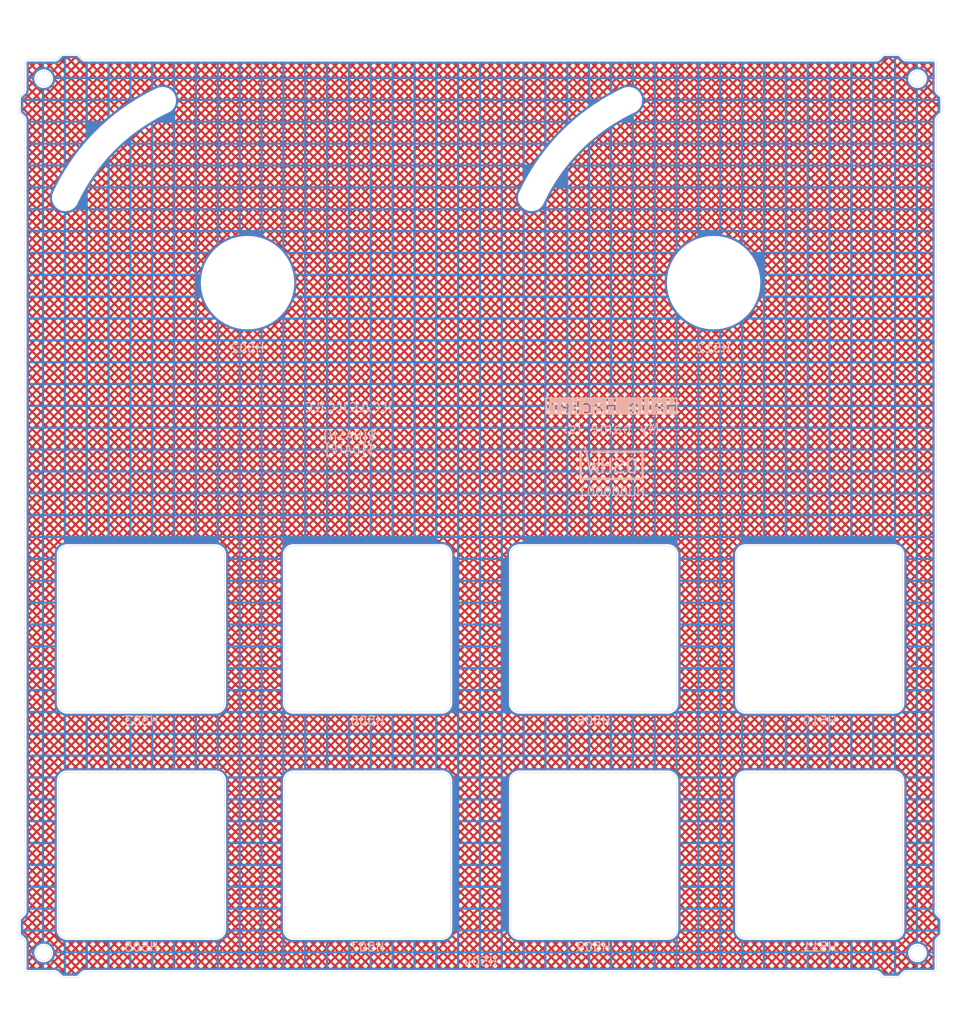
<source format=kicad_pcb>
(kicad_pcb (version 20241229) (generator "pcbnew") (generator_version "9.0")
  (layers (0 "F.Cu" signal) (2 "B.Cu" signal) (13 "F.Paste" user) (15 "B.Paste" user) (5 "F.SilkS" user "F.Silkscreen") (7 "B.SilkS" user "B.Silkscreen") (1 "F.Mask" user) (3 "B.Mask" user) (25 "Edge.Cuts" user))
  (net 0 "")
  (net 1 "GND")
  (footprint "suku_basics:FP_ENDLESS" (layer "F.Cu") (at 126.67 73.33)
    (property "Reference" "H512" (at 0 7.5 0) (layer "B.SilkS") (effects (justify mirror)))
    (property "Value" "Endless")
    (pad "" np_thru_hole circle (at 0 0 90) (size 1.5 1.5) (drill 10.5) (layers "*.Cu" "*.Mask"))
  )
  (footprint "suku_basics:FP_BUTTON" (layer "F.Cu") (at 87.061875 138.814375)
    (property "Reference" "H507" (at 0 10.5 0) (layer "B.SilkS") (effects (justify mirror)))
    (property "Value" "Button")
    (fp_line (start -9.5 8.5) (end -9.5 -8.5) (stroke (width 0.05)) (layer "Edge.Cuts"))
    (fp_line (start -8.5 -9.5) (end 8.5 -9.5) (stroke (width 0.05)) (layer "Edge.Cuts"))
    (fp_line (start 8.5 9.5) (end -8.5 9.5) (stroke (width 0.05)) (layer "Edge.Cuts"))
    (fp_line (start 9.5 -8.5) (end 9.5 8.5) (stroke (width 0.05)) (layer "Edge.Cuts"))
    (fp_arc (start -9.5 -8.5) (mid -9.207096 -9.207082) (end -8.5 -9.5) (stroke (width 0.05)) (layer "Edge.Cuts"))
    (fp_arc (start -8.5 9.5) (mid -9.207114 9.207114) (end -9.5 8.5) (stroke (width 0.05)) (layer "Edge.Cuts"))
    (fp_arc (start 8.5 -9.5) (mid 9.207099 -9.207099) (end 9.5 -8.5) (stroke (width 0.05)) (layer "Edge.Cuts"))
    (fp_arc (start 9.5 8.5) (mid 9.207117 9.207132) (end 8.5 9.5) (stroke (width 0.05)) (layer "Edge.Cuts"))
  )
  (footprint "suku_basics:FP_BUTTON" (layer "F.Cu") (at 112.938125 112.938125)
    (property "Reference" "H508" (at 0 10.5 0) (layer "B.SilkS") (effects (justify mirror)))
    (property "Value" "Button")
    (fp_line (start -9.5 8.5) (end -9.5 -8.5) (stroke (width 0.05)) (layer "Edge.Cuts"))
    (fp_line (start -8.5 -9.5) (end 8.5 -9.5) (stroke (width 0.05)) (layer "Edge.Cuts"))
    (fp_line (start 8.5 9.5) (end -8.5 9.5) (stroke (width 0.05)) (layer "Edge.Cuts"))
    (fp_line (start 9.5 -8.5) (end 9.5 8.5) (stroke (width 0.05)) (layer "Edge.Cuts"))
    (fp_arc (start -9.5 -8.5) (mid -9.207096 -9.207082) (end -8.5 -9.5) (stroke (width 0.05)) (layer "Edge.Cuts"))
    (fp_arc (start -8.5 9.5) (mid -9.207114 9.207114) (end -9.5 8.5) (stroke (width 0.05)) (layer "Edge.Cuts"))
    (fp_arc (start 8.5 -9.5) (mid 9.207099 -9.207099) (end 9.5 -8.5) (stroke (width 0.05)) (layer "Edge.Cuts"))
    (fp_arc (start 9.5 8.5) (mid 9.207117 9.207132) (end 8.5 9.5) (stroke (width 0.05)) (layer "Edge.Cuts"))
  )
  (footprint "suku_basics:FP_BUTTON" (layer "F.Cu") (at 61.185625 138.814375)
    (property "Reference" "H505" (at 0 10.5 0) (layer "B.SilkS") (effects (justify mirror)))
    (property "Value" "Button")
    (fp_line (start -9.5 8.5) (end -9.5 -8.5) (stroke (width 0.05)) (layer "Edge.Cuts"))
    (fp_line (start -8.5 -9.5) (end 8.5 -9.5) (stroke (width 0.05)) (layer "Edge.Cuts"))
    (fp_line (start 8.5 9.5) (end -8.5 9.5) (stroke (width 0.05)) (layer "Edge.Cuts"))
    (fp_line (start 9.5 -8.5) (end 9.5 8.5) (stroke (width 0.05)) (layer "Edge.Cuts"))
    (fp_arc (start -9.5 -8.5) (mid -9.207096 -9.207082) (end -8.5 -9.5) (stroke (width 0.05)) (layer "Edge.Cuts"))
    (fp_arc (start -8.5 9.5) (mid -9.207114 9.207114) (end -9.5 8.5) (stroke (width 0.05)) (layer "Edge.Cuts"))
    (fp_arc (start 8.5 -9.5) (mid 9.207099 -9.207099) (end 9.5 -8.5) (stroke (width 0.05)) (layer "Edge.Cuts"))
    (fp_arc (start 9.5 8.5) (mid 9.207117 9.207132) (end 8.5 9.5) (stroke (width 0.05)) (layer "Edge.Cuts"))
  )
  (footprint "suku_basics:FP_BUTTON" (layer "F.Cu") (at 61.185625 112.938125)
    (property "Reference" "H503" (at 0 10.5 0) (layer "B.SilkS") (effects (justify mirror)))
    (property "Value" "Button")
    (fp_line (start -9.5 8.5) (end -9.5 -8.5) (stroke (width 0.05)) (layer "Edge.Cuts"))
    (fp_line (start -8.5 -9.5) (end 8.5 -9.5) (stroke (width 0.05)) (layer "Edge.Cuts"))
    (fp_line (start 8.5 9.5) (end -8.5 9.5) (stroke (width 0.05)) (layer "Edge.Cuts"))
    (fp_line (start 9.5 -8.5) (end 9.5 8.5) (stroke (width 0.05)) (layer "Edge.Cuts"))
    (fp_arc (start -9.5 -8.5) (mid -9.207096 -9.207082) (end -8.5 -9.5) (stroke (width 0.05)) (layer "Edge.Cuts"))
    (fp_arc (start -8.5 9.5) (mid -9.207114 9.207114) (end -9.5 8.5) (stroke (width 0.05)) (layer "Edge.Cuts"))
    (fp_arc (start 8.5 -9.5) (mid 9.207099 -9.207099) (end 9.5 -8.5) (stroke (width 0.05)) (layer "Edge.Cuts"))
    (fp_arc (start 9.5 8.5) (mid 9.207117 9.207132) (end 8.5 9.5) (stroke (width 0.05)) (layer "Edge.Cuts"))
  )
  (footprint "suku_basics:FP_BUTTON" (layer "F.Cu") (at 112.938125 138.814375)
    (property "Reference" "H509" (at 0 10.5 0) (layer "B.SilkS") (effects (justify mirror)))
    (property "Value" "Button")
    (fp_line (start -9.5 8.5) (end -9.5 -8.5) (stroke (width 0.05)) (layer "Edge.Cuts"))
    (fp_line (start -8.5 -9.5) (end 8.5 -9.5) (stroke (width 0.05)) (layer "Edge.Cuts"))
    (fp_line (start 8.5 9.5) (end -8.5 9.5) (stroke (width 0.05)) (layer "Edge.Cuts"))
    (fp_line (start 9.5 -8.5) (end 9.5 8.5) (stroke (width 0.05)) (layer "Edge.Cuts"))
    (fp_arc (start -9.5 -8.5) (mid -9.207096 -9.207082) (end -8.5 -9.5) (stroke (width 0.05)) (layer "Edge.Cuts"))
    (fp_arc (start -8.5 9.5) (mid -9.207114 9.207114) (end -9.5 8.5) (stroke (width 0.05)) (layer "Edge.Cuts"))
    (fp_arc (start 8.5 -9.5) (mid 9.207099 -9.207099) (end 9.5 -8.5) (stroke (width 0.05)) (layer "Edge.Cuts"))
    (fp_arc (start 9.5 8.5) (mid 9.207117 9.207132) (end 8.5 9.5) (stroke (width 0.05)) (layer "Edge.Cuts"))
  )
  (footprint "suku_basics:FP_BUTTON" (layer "F.Cu") (at 87.061875 112.938125)
    (property "Reference" "H506" (at 0 10.5 0) (layer "B.SilkS") (effects (justify mirror)))
    (property "Value" "Button")
    (fp_line (start -9.5 8.5) (end -9.5 -8.5) (stroke (width 0.05)) (layer "Edge.Cuts"))
    (fp_line (start -8.5 -9.5) (end 8.5 -9.5) (stroke (width 0.05)) (layer "Edge.Cuts"))
    (fp_line (start 8.5 9.5) (end -8.5 9.5) (stroke (width 0.05)) (layer "Edge.Cuts"))
    (fp_line (start 9.5 -8.5) (end 9.5 8.5) (stroke (width 0.05)) (layer "Edge.Cuts"))
    (fp_arc (start -9.5 -8.5) (mid -9.207096 -9.207082) (end -8.5 -9.5) (stroke (width 0.05)) (layer "Edge.Cuts"))
    (fp_arc (start -8.5 9.5) (mid -9.207114 9.207114) (end -9.5 8.5) (stroke (width 0.05)) (layer "Edge.Cuts"))
    (fp_arc (start 8.5 -9.5) (mid 9.207099 -9.207099) (end 9.5 -8.5) (stroke (width 0.05)) (layer "Edge.Cuts"))
    (fp_arc (start 9.5 8.5) (mid 9.207117 9.207132) (end 8.5 9.5) (stroke (width 0.05)) (layer "Edge.Cuts"))
  )
  (footprint "suku_basics:FP_BUTTON" (layer "F.Cu") (at 138.814375 112.938125)
    (property "Reference" "H510" (at 0 10.5 0) (layer "B.SilkS") (effects (justify mirror)))
    (property "Value" "Button")
    (fp_line (start -9.5 8.5) (end -9.5 -8.5) (stroke (width 0.05)) (layer "Edge.Cuts"))
    (fp_line (start -8.5 -9.5) (end 8.5 -9.5) (stroke (width 0.05)) (layer "Edge.Cuts"))
    (fp_line (start 8.5 9.5) (end -8.5 9.5) (stroke (width 0.05)) (layer "Edge.Cuts"))
    (fp_line (start 9.5 -8.5) (end 9.5 8.5) (stroke (width 0.05)) (layer "Edge.Cuts"))
    (fp_arc (start -9.5 -8.5) (mid -9.207096 -9.207082) (end -8.5 -9.5) (stroke (width 0.05)) (layer "Edge.Cuts"))
    (fp_arc (start -8.5 9.5) (mid -9.207114 9.207114) (end -9.5 8.5) (stroke (width 0.05)) (layer "Edge.Cuts"))
    (fp_arc (start 8.5 -9.5) (mid 9.207099 -9.207099) (end 9.5 -8.5) (stroke (width 0.05)) (layer "Edge.Cuts"))
    (fp_arc (start 9.5 8.5) (mid 9.207117 9.207132) (end 8.5 9.5) (stroke (width 0.05)) (layer "Edge.Cuts"))
  )
  (footprint "suku_basics:FP_OUTLINE_2" (layer "F.Cu") (at 100 100)
    (property "Reference" "H504" (at 0 51 0) (layer "B.SilkS") (effects (justify mirror)))
    (property "Value" "Outline")
    (fp_line (start -52.799999 -46.100001) (end -52.799999 -47.899999) (stroke (width 0.05)) (layer "Edge.Cuts"))
    (fp_line (start -52.799999 46.100001) (end -52.799999 47.899999) (stroke (width 0.05)) (layer "Edge.Cuts"))
    (fp_line (start -52.626954 -48.077382) (end -52.265506 -48.421458) (stroke (width 0.05)) (layer "Edge.Cuts"))
    (fp_line (start -52.626954 -45.922618) (end -52.265506 -45.578542) (stroke (width 0.05)) (layer "Edge.Cuts"))
    (fp_line (start -52.626954 45.922618) (end -52.265506 45.578542) (stroke (width 0.05)) (layer "Edge.Cuts"))
    (fp_line (start -52.626954 48.077382) (end -52.265506 48.421458) (stroke (width 0.05)) (layer "Edge.Cuts"))
    (fp_line (start -52.15 -48.75) (end -52.15 -51.8) (stroke (width 0.05)) (layer "Edge.Cuts"))
    (fp_line (start -52.15 45.25) (end -52.15 -45.25) (stroke (width 0.05)) (layer "Edge.Cuts"))
    (fp_line (start -52.15 48.75) (end -52.15 51.8) (stroke (width 0.05)) (layer "Edge.Cuts"))
    (fp_line (start -48.75 -52.15) (end -51.8 -52.15) (stroke (width 0.05)) (layer "Edge.Cuts"))
    (fp_line (start -48.75 52.15) (end -51.8 52.15) (stroke (width 0.05)) (layer "Edge.Cuts"))
    (fp_line (start -48.077382 -52.626954) (end -48.421458 -52.265506) (stroke (width 0.05)) (layer "Edge.Cuts"))
    (fp_line (start -48.077382 52.626954) (end -48.421458 52.265506) (stroke (width 0.05)) (layer "Edge.Cuts"))
    (fp_line (start -46.100001 -52.799999) (end -47.899999 -52.799999) (stroke (width 0.05)) (layer "Edge.Cuts"))
    (fp_line (start -46.100001 52.799999) (end -47.899999 52.799999) (stroke (width 0.05)) (layer "Edge.Cuts"))
    (fp_line (start -45.922618 -52.626954) (end -45.578542 -52.265506) (stroke (width 0.05)) (layer "Edge.Cuts"))
    (fp_line (start -45.922618 52.626954) (end -45.578542 52.265506) (stroke (width 0.05)) (layer "Edge.Cuts"))
    (fp_line (start -45.25 -52.15) (end 45.25 -52.15) (stroke (width 0.05)) (layer "Edge.Cuts"))
    (fp_line (start 45.25 52.15) (end -45.25 52.15) (stroke (width 0.05)) (layer "Edge.Cuts"))
    (fp_line (start 45.922618 -52.626954) (end 45.578542 -52.265506) (stroke (width 0.05)) (layer "Edge.Cuts"))
    (fp_line (start 45.922618 52.626955) (end 45.578542 52.265507) (stroke (width 0.05)) (layer "Edge.Cuts"))
    (fp_line (start 46.100001 -52.799999) (end 47.899999 -52.799999) (stroke (width 0.05)) (layer "Edge.Cuts"))
    (fp_line (start 46.100001 52.799999) (end 47.899999 52.799999) (stroke (width 0.05)) (layer "Edge.Cuts"))
    (fp_line (start 48.077377 52.626959) (end 48.421453 52.265511) (stroke (width 0.05)) (layer "Edge.Cuts"))
    (fp_line (start 48.077384 -52.626954) (end 48.42146 -52.265506) (stroke (width 0.05)) (layer "Edge.Cuts"))
    (fp_line (start 48.75 -52.15) (end 51.8 -52.15) (stroke (width 0.05)) (layer "Edge.Cuts"))
    (fp_line (start 48.75 52.15) (end 51.8 52.15) (stroke (width 0.05)) (layer "Edge.Cuts"))
    (fp_line (start 52.15 -48.75) (end 52.15 -51.8) (stroke (width 0.05)) (layer "Edge.Cuts"))
    (fp_line (start 52.15 -45.25) (end 52.15 45.25) (stroke (width 0.05)) (layer "Edge.Cuts"))
    (fp_line (start 52.15 48.75) (end 52.15 51.8) (stroke (width 0.05)) (layer "Edge.Cuts"))
    (fp_line (start 52.626954 -48.077385) (end 52.265506 -48.421461) (stroke (width 0.05)) (layer "Edge.Cuts"))
    (fp_line (start 52.626954 -45.922618) (end 52.265506 -45.578542) (stroke (width 0.05)) (layer "Edge.Cuts"))
    (fp_line (start 52.626954 45.922618) (end 52.265506 45.578542) (stroke (width 0.05)) (layer "Edge.Cuts"))
    (fp_line (start 52.626954 48.077383) (end 52.265506 48.421459) (stroke (width 0.05)) (layer "Edge.Cuts"))
    (fp_line (start 52.799999 -46.100001) (end 52.799999 -47.899999) (stroke (width 0.05)) (layer "Edge.Cuts"))
    (fp_line (start 52.799999 46.100001) (end 52.799999 47.899999) (stroke (width 0.05)) (layer "Edge.Cuts"))
    (fp_line (start 52.799999 47.899999) (end 52.626954 48.077383) (stroke (width 0.05)) (layer "Edge.Cuts"))
    (fp_arc (start -52.799999 -47.899999) (mid -52.717353 -47.992466) (end -52.62696 -48.077377) (stroke (width 0.05)) (layer "Edge.Cuts"))
    (fp_arc (start -52.799999 46.100001) (mid -52.717353 46.007534) (end -52.62696 45.922623) (stroke (width 0.05)) (layer "Edge.Cuts"))
    (fp_arc (start -52.62696 -45.922623) (mid -52.717353 -46.007534) (end -52.799999 -46.100001) (stroke (width 0.05)) (layer "Edge.Cuts"))
    (fp_arc (start -52.62696 48.077377) (mid -52.717353 47.992466) (end -52.799999 47.899999) (stroke (width 0.05)) (layer "Edge.Cuts"))
    (fp_arc (start -52.265506 -45.578542) (mid -52.179718 -45.424127) (end -52.15 -45.25) (stroke (width 0.05)) (layer "Edge.Cuts"))
    (fp_arc (start -52.265506 48.421458) (mid -52.179718 48.575873) (end -52.15 48.75) (stroke (width 0.05)) (layer "Edge.Cuts"))
    (fp_arc (start -52.15 -51.8) (mid -52.047488 -52.047488) (end -51.8 -52.15) (stroke (width 0.05)) (layer "Edge.Cuts"))
    (fp_arc (start -52.15 -48.75) (mid -52.179717 -48.575872) (end -52.265506 -48.421458) (stroke (width 0.05)) (layer "Edge.Cuts"))
    (fp_arc (start -52.15 45.25) (mid -52.179717 45.424128) (end -52.265506 45.578542) (stroke (width 0.05)) (layer "Edge.Cuts"))
    (fp_arc (start -51.8 52.15) (mid -52.047488 52.047488) (end -52.15 51.8) (stroke (width 0.05)) (layer "Edge.Cuts"))
    (fp_arc (start -48.75 52.15) (mid -48.575872 52.179717) (end -48.421458 52.265506) (stroke (width 0.05)) (layer "Edge.Cuts"))
    (fp_arc (start -48.421458 -52.265506) (mid -48.575873 -52.179718) (end -48.75 -52.15) (stroke (width 0.05)) (layer "Edge.Cuts"))
    (fp_arc (start -48.077377 -52.62696) (mid -47.992466 -52.717353) (end -47.899999 -52.799999) (stroke (width 0.05)) (layer "Edge.Cuts"))
    (fp_arc (start -47.899999 52.799999) (mid -47.992466 52.717353) (end -48.077377 52.62696) (stroke (width 0.05)) (layer "Edge.Cuts"))
    (fp_arc (start -46.100001 -52.799999) (mid -46.007534 -52.717353) (end -45.922623 -52.62696) (stroke (width 0.05)) (layer "Edge.Cuts"))
    (fp_arc (start -45.922623 52.62696) (mid -46.007534 52.717353) (end -46.100001 52.799999) (stroke (width 0.05)) (layer "Edge.Cuts"))
    (fp_arc (start -45.578542 52.265506) (mid -45.424127 52.179718) (end -45.25 52.15) (stroke (width 0.05)) (layer "Edge.Cuts"))
    (fp_arc (start -45.25 -52.15) (mid -45.424128 -52.179717) (end -45.578542 -52.265506) (stroke (width 0.05)) (layer "Edge.Cuts"))
    (fp_arc (start 45.25 52.15) (mid 45.424127 52.179718) (end 45.578542 52.265506) (stroke (width 0.05)) (layer "Edge.Cuts"))
    (fp_arc (start 45.578542 -52.265506) (mid 45.424128 -52.179717) (end 45.25 -52.15) (stroke (width 0.05)) (layer "Edge.Cuts"))
    (fp_arc (start 45.922623 -52.62696) (mid 46.007534 -52.717353) (end 46.100001 -52.799999) (stroke (width 0.05)) (layer "Edge.Cuts"))
    (fp_arc (start 46.099996 52.799994) (mid 46.007529 52.717348) (end 45.922618 52.626955) (stroke (width 0.05)) (layer "Edge.Cuts"))
    (fp_arc (start 47.900001 -52.799999) (mid 47.992468 -52.717353) (end 48.077379 -52.62696) (stroke (width 0.05)) (layer "Edge.Cuts"))
    (fp_arc (start 48.077377 52.62696) (mid 47.992466 52.717353) (end 47.899999 52.799999) (stroke (width 0.05)) (layer "Edge.Cuts"))
    (fp_arc (start 48.421458 52.265507) (mid 48.575872 52.179718) (end 48.75 52.150001) (stroke (width 0.05)) (layer "Edge.Cuts"))
    (fp_arc (start 48.750002 -52.15) (mid 48.575874 -52.179717) (end 48.42146 -52.265506) (stroke (width 0.05)) (layer "Edge.Cuts"))
    (fp_arc (start 51.8 -52.15) (mid 52.047487 -52.047487) (end 52.15 -51.8) (stroke (width 0.05)) (layer "Edge.Cuts"))
    (fp_arc (start 52.15 -45.25) (mid 52.179717 -45.424128) (end 52.265506 -45.578542) (stroke (width 0.05)) (layer "Edge.Cuts"))
    (fp_arc (start 52.15 48.75) (mid 52.179718 48.575873) (end 52.265506 48.421458) (stroke (width 0.05)) (layer "Edge.Cuts"))
    (fp_arc (start 52.15 51.8) (mid 52.047487 52.047487) (end 51.8 52.15) (stroke (width 0.05)) (layer "Edge.Cuts"))
    (fp_arc (start 52.265506 -48.421461) (mid 52.179717 -48.575875) (end 52.15 -48.750003) (stroke (width 0.05)) (layer "Edge.Cuts"))
    (fp_arc (start 52.265506 45.578542) (mid 52.179717 45.424128) (end 52.15 45.25) (stroke (width 0.05)) (layer "Edge.Cuts"))
    (fp_arc (start 52.62696 -48.07738) (mid 52.717353 -47.992469) (end 52.799999 -47.900002) (stroke (width 0.05)) (layer "Edge.Cuts"))
    (fp_arc (start 52.62696 45.922623) (mid 52.717353 46.007534) (end 52.799999 46.100001) (stroke (width 0.05)) (layer "Edge.Cuts"))
    (fp_arc (start 52.799999 -46.100001) (mid 52.717353 -46.007534) (end 52.62696 -45.922623) (stroke (width 0.05)) (layer "Edge.Cuts"))
    (fp_circle (center -50 -50) (end -49.125 -50) (stroke (width 0.05)) (fill no) (layer "Edge.Cuts"))
    (fp_circle (center -50 50) (end -49.125 50) (stroke (width 0.05)) (fill no) (layer "Edge.Cuts"))
    (fp_circle (center 50 -50) (end 50.875 -50) (stroke (width 0.05)) (fill no) (layer "Edge.Cuts"))
    (fp_circle (center 50 50) (end 50.875 50) (stroke (width 0.05)) (fill no) (layer "Edge.Cuts"))
  )
  (footprint "suku_basics:FP_BUTTON" (layer "F.Cu") (at 138.814375 138.814375)
    (property "Reference" "H511" (at 0 10.5 0) (layer "B.SilkS") (effects (justify mirror)))
    (property "Value" "Button")
    (fp_line (start -9.5 8.5) (end -9.5 -8.5) (stroke (width 0.05)) (layer "Edge.Cuts"))
    (fp_line (start -8.5 -9.5) (end 8.5 -9.5) (stroke (width 0.05)) (layer "Edge.Cuts"))
    (fp_line (start 8.5 9.5) (end -8.5 9.5) (stroke (width 0.05)) (layer "Edge.Cuts"))
    (fp_line (start 9.5 -8.5) (end 9.5 8.5) (stroke (width 0.05)) (layer "Edge.Cuts"))
    (fp_arc (start -9.5 -8.5) (mid -9.207096 -9.207082) (end -8.5 -9.5) (stroke (width 0.05)) (layer "Edge.Cuts"))
    (fp_arc (start -8.5 9.5) (mid -9.207114 9.207114) (end -9.5 8.5) (stroke (width 0.05)) (layer "Edge.Cuts"))
    (fp_arc (start 8.5 -9.5) (mid 9.207099 -9.207099) (end 9.5 -8.5) (stroke (width 0.05)) (layer "Edge.Cuts"))
    (fp_arc (start 9.5 8.5) (mid 9.207117 9.207132) (end 8.5 9.5) (stroke (width 0.05)) (layer "Edge.Cuts"))
  )
  (footprint "suku_basics:FP_ENDLESS" (layer "F.Cu") (at 73.33 73.33)
    (property "Reference" "H502" (at 0 7.5 0) (layer "B.SilkS") (effects (justify mirror)))
    (property "Value" "Endless")
    (pad "" np_thru_hole circle (at 0 0 90) (size 1.5 1.5) (drill 10.5) (layers "*.Cu" "*.Mask"))
  )
  (footprint "suku_basics:OSHWA" (layer "B.Cu") (at 115 95 180)
    (property "Reference" "H522" (hide yes))
    (property "Value" "Outline" (hide yes))
    (fp_poly (pts (xy 3.689316 -0.925456) (xy -3.689315 -0.925456) (xy -3.689315 2.488724) (xy 2.37617 2.488724) (xy 2.37617 2.176071) (xy -3.389168 2.176071) (xy -3.389168 -0.625308) (xy 3.389071 -0.625308) (xy 3.392246 0.928582) (xy 3.395421 2.482471) (xy 3.542369 2.485995) (xy 3.689316 2.489518)) (fill yes) (layer "B.SilkS"))
    (fp_poly (pts (xy 0.146948 1.623126) (xy 0.268883 1.619547) (xy 0.275519 0.900443) (xy 0.91295 0.900443) (xy 0.91295 1.6258) (xy 1.150567 1.6258) (xy 1.150567 -0.125062) (xy 0.91295 -0.125062) (xy 0.91295 0.700344) (xy 0.275136 0.700344) (xy 0.275136 -0.125062) (xy 0.025013 -0.125062) (xy 0.025013 1.626706)) (fill yes) (layer "B.SilkS"))
    (fp_poly (pts (xy -3.526735 -2.088528) (xy -3.101526 -2.088528) (xy -3.101526 -1.613294) (xy -2.951452 -1.613294) (xy -2.951452 -2.763861) (xy -3.101038 -2.763861) (xy -3.104409 -2.491852) (xy -3.107779 -2.219843) (xy -3.526735 -2.212985) (xy -3.526735 -2.763861) (xy -3.689315 -2.763861) (xy -3.689315 -1.613294) (xy -3.526735 -1.613294)) (fill yes) (layer "B.SilkS"))
    (fp_poly (pts (xy 2.423363 -2.099022) (xy 2.455397 -2.12638) (xy 2.472875 -2.164417) (xy 2.473375 -2.206947) (xy 2.454476 -2.247785) (xy 2.445522 -2.25793) (xy 2.405042 -2.283341) (xy 2.360014 -2.288196) (xy 2.318075 -2.272398) (xy 2.303313 -2.259682) (xy 2.278977 -2.218539) (xy 2.275667 -2.175058) (xy 2.290781 -2.135108) (xy 2.321718 -2.104558) (xy 2.365875 -2.089276) (xy 2.379195 -2.088528)) (fill yes) (layer "B.SilkS"))
    (fp_poly (pts (xy 1.472895 -2.099022) (xy 1.504929 -2.12638) (xy 1.522407 -2.164417) (xy 1.522907 -2.206947) (xy 1.504008 -2.247785) (xy 1.495054 -2.25793) (xy 1.454575 -2.283341) (xy 1.409546 -2.288196) (xy 1.367607 -2.272398) (xy 1.352845 -2.259682) (xy 1.328509 -2.218539) (xy 1.325199 -2.175058) (xy 1.340313 -2.135108) (xy 1.37125 -2.104558) (xy 1.415407 -2.089276) (xy 1.428727 -2.088528)) (fill yes) (layer "B.SilkS"))
    (fp_poly (pts (xy 0.522427 -2.099022) (xy 0.554461 -2.12638) (xy 0.571939 -2.164417) (xy 0.57244 -2.206947) (xy 0.55354 -2.247785) (xy 0.544587 -2.25793) (xy 0.504107 -2.283341) (xy 0.459078 -2.288196) (xy 0.417139 -2.272398) (xy 0.402377 -2.259682) (xy 0.378041 -2.218539) (xy 0.374731 -2.175058) (xy 0.389846 -2.135108) (xy 0.420782 -2.104558) (xy 0.464939 -2.089276) (xy 0.478259 -2.088528)) (fill yes) (layer "B.SilkS"))
    (fp_poly (pts (xy -0.428041 -2.099022) (xy -0.396007 -2.12638) (xy -0.378529 -2.164417) (xy -0.378028 -2.206947) (xy -0.396927 -2.247785) (xy -0.405881 -2.25793) (xy -0.446361 -2.283341) (xy -0.491389 -2.288196) (xy -0.533328 -2.272398) (xy -0.54809 -2.259682) (xy -0.572426 -2.218539) (xy -0.575736 -2.175058) (xy -0.560622 -2.135108) (xy -0.529686 -2.104558) (xy -0.485529 -2.089276) (xy -0.472209 -2.088528)) (fill yes) (layer "B.SilkS"))
    (fp_poly (pts (xy -1.366002 -2.099022) (xy -1.333968 -2.12638) (xy -1.31649 -2.164417) (xy -1.31599 -2.206947) (xy -1.334889 -2.247785) (xy -1.343843 -2.25793) (xy -1.384322 -2.283341) (xy -1.429351 -2.288196) (xy -1.47129 -2.272398) (xy -1.486052 -2.259682) (xy -1.510388 -2.218539) (xy -1.513698 -2.175058) (xy -1.498584 -2.135108) (xy -1.467647 -2.104558) (xy -1.42349 -2.089276) (xy -1.41017 -2.088528)) (fill yes) (layer "B.SilkS"))
    (fp_poly (pts (xy 3.439193 -2.626293) (xy 3.67681 -2.626293) (xy 3.67681 -2.763861) (xy 3.037689 -2.763861) (xy 3.041469 -2.698203) (xy 3.045249 -2.632546) (xy 3.167184 -2.628966) (xy 3.289119 -2.625387) (xy 3.289119 -2.194378) (xy 3.288777 -2.074495) (xy 3.287778 -1.971946) (xy 3.286163 -1.888188) (xy 3.283972 -1.824679) (xy 3.281247 -1.782877) (xy 3.278027 -1.76424) (xy 3.277097 -1.763368) (xy 3.260168 -1.766055) (xy 3.225245 -1.773232) (xy 3.178662 -1.78357) (xy 3.157804 -1.78838) (xy 3.108191 -1.799632) (xy 3.067562 -1.808258) (xy 3.042296 -1.81293) (xy 3.037888 -1.813393) (xy 3.031169 -1.801857) (xy 3.028386 -1.770697) (xy 3.028992 -1.742407) (xy 3.032743 -1.671421) (xy 3.157804 -1.642959) (xy 3.221273 -1.630301) (xy 3.285815 -1.620393) (xy 3.341191 -1.614699) (xy 3.361029 -1.613896) (xy 3.439193 -1.613294)) (fill yes) (layer "B.SilkS"))
    (fp_poly (pts (xy -2.561065 -2.0883) (xy -2.557508 -2.563306) (xy -2.519948 -2.600854) (xy -2.471266 -2.633373) (xy -2.409462 -2.651483) (xy -2.342226 -2.654652) (xy -2.277249 -2.642346) (xy -2.231814 -2.62084) (xy -2.214905 -2.608756) (xy -2.201041 -2.59515) (xy -2.189922 -2.577563) (xy -2.181246 -2.553532) (xy -2.17471 -2.520598) (xy -2.170015 -2.4763) (xy -2.166857 -2.418177) (xy -2.164936 -2.343768) (xy -2.16395 -2.250614) (xy -2.163598 -2.136253) (xy -2.163564 -2.063918) (xy -2.163564 -1.613294) (xy -1.998864 -1.613294) (xy -2.004222 -2.072895) (xy -2.006032 -2.205355) (xy -2.008145 -2.314667) (xy -2.01064 -2.402695) (xy -2.0136 -2.471303) (xy -2.017104 -2.522353) (xy -2.021235 -2.557709) (xy -2.026072 -2.579236) (xy -2.026235 -2.579707) (xy -2.061961 -2.646483) (xy -2.11637 -2.704712) (xy -2.18322 -2.74789) (xy -2.191159 -2.751482) (xy -2.248615 -2.76959) (xy -2.317403 -2.781305) (xy -2.387483 -2.785695) (xy -2.448813 -2.781827) (xy -2.469965 -2.7774) (xy -2.559864 -2.741802) (xy -2.631084 -2.690092) (xy -2.68309 -2.622692) (xy -2.694035 -2.60128) (xy -2.700795 -2.585557) (xy -2.706311 -2.568715) (xy -2.710737 -2.548089) (xy -2.714227 -2.52101) (xy -2.716934 -2.484812) (xy -2.719011 -2.436829) (xy -2.720611 -2.374392) (xy -2.721887 -2.294836) (xy -2.722993 -2.195492) (xy -2.724036 -2.079149) (xy -2.727983 -1.613294) (xy -2.564621 -1.613294)) (fill yes) (layer "B.SilkS"))
    (fp_poly (pts (xy 2.479267 -1.612912) (xy 2.544266 -1.637705) (xy 2.599169 -1.679949) (xy 2.633148 -1.719274) (xy 2.674326 -1.78977) (xy 2.706844 -1.879346) (xy 2.730172 -1.983428) (xy 2.743778 -2.09744) (xy 2.74713 -2.216809) (xy 2.739698 -2.336958) (xy 2.720951 -2.453315) (xy 2.719279 -2.460853) (xy 2.685784 -2.566283) (xy 2.637453 -2.652461) (xy 2.574704 -2.718771) (xy 2.520358 -2.754112) (xy 2.462001 -2.774198) (xy 2.391637 -2.783817) (xy 2.320306 -2.782224) (xy 2.266388 -2.771248) (xy 2.190068 -2.734152) (xy 2.12676 -2.676662) (xy 2.07604 -2.598241) (xy 2.037481 -2.498348) (xy 2.029936 -2.47091) (xy 2.018323 -2.407332) (xy 2.010576 -2.326836) (xy 2.006695 -2.23636) (xy 2.006682 -2.144806) (xy 2.167182 -2.144806) (xy 2.16743 -2.28475) (xy 2.177721 -2.402029) (xy 2.198129 -2.496918) (xy 2.228728 -2.569692) (xy 2.269592 -2.620626) (xy 2.3012 -2.641906) (xy 2.354246 -2.66084) (xy 2.403413 -2.659264) (xy 2.446617 -2.643425) (xy 2.48408 -2.616016) (xy 2.516627 -2.575561) (xy 2.519016 -2.571514) (xy 2.542248 -2.52449) (xy 2.559405 -2.473242) (xy 2.57121 -2.413306) (xy 2.578386 -2.340213) (xy 2.581657 -2.249498) (xy 2.58204 -2.182324) (xy 2.579984 -2.074424) (xy 2.573824 -1.987609) (xy 2.562709 -1.918165) (xy 2.545787 -1.862378) (xy 2.522209 -1.816533) (xy 2.491124 -1.776917) (xy 2.488534 -1.774164) (xy 2.458625 -1.745356) (xy 2.432972 -1.73103) (xy 2.400092 -1.726228) (xy 2.376635 -1.72585) (xy 2.335154 -1.727808) (xy 2.306456 -1.736951) (xy 2.278799 -1.75818) (xy 2.263454 -1.773092) (xy 2.232664 -1.809168) (xy 2.20913 -1.850513) (xy 2.19183 -1.901075) (xy 2.179739 -1.964803) (xy 2.171835 -2.045647) (xy 2.167182 -2.144806) (xy 2.006682 -2.144806) (xy 2.006682 -2.142843) (xy 2.010537 -2.053224) (xy 2.018263 -1.97444) (xy 2.029855 -1.913442) (xy 2.059663 -1.823267) (xy 2.096259 -1.751266) (xy 2.143074 -1.690827) (xy 2.148311 -1.685308) (xy 2.199716 -1.642072) (xy 2.257261 -1.615278) (xy 2.326695 -1.60302) (xy 2.398093 -1.602551)) (fill yes) (layer "B.SilkS"))
    (fp_poly (pts (xy 1.528799 -1.612912) (xy 1.593798 -1.637705) (xy 1.648701 -1.679949) (xy 1.68268 -1.719274) (xy 1.723858 -1.78977) (xy 1.756376 -1.879346) (xy 1.779704 -1.983428) (xy 1.79331 -2.09744) (xy 1.796663 -2.216809) (xy 1.789231 -2.336958) (xy 1.770483 -2.453315) (xy 1.768811 -2.460853) (xy 1.735316 -2.566283) (xy 1.686986 -2.652461) (xy 1.624236 -2.718771) (xy 1.569891 -2.754112) (xy 1.511533 -2.774198) (xy 1.44117 -2.783817) (xy 1.369838 -2.782224) (xy 1.31592 -2.771248) (xy 1.239601 -2.734152) (xy 1.176293 -2.676662) (xy 1.125572 -2.598241) (xy 1.087013 -2.498348) (xy 1.079469 -2.47091) (xy 1.067856 -2.407332) (xy 1.060108 -2.326836) (xy 1.056227 -2.23636) (xy 1.056214 -2.144806) (xy 1.216714 -2.144806) (xy 1.216962 -2.28475) (xy 1.227253 -2.402029) (xy 1.247661 -2.496918) (xy 1.27826 -2.569692) (xy 1.319124 -2.620626) (xy 1.350732 -2.641906) (xy 1.403779 -2.66084) (xy 1.452946 -2.659264) (xy 1.496149 -2.643425) (xy 1.533612 -2.616016) (xy 1.566159 -2.575561) (xy 1.568548 -2.571514) (xy 1.59178 -2.52449) (xy 1.608937 -2.473242) (xy 1.620742 -2.413306) (xy 1.627918 -2.340213) (xy 1.631189 -2.249498) (xy 1.631572 -2.182324) (xy 1.629516 -2.074424) (xy 1.623356 -1.987609) (xy 1.612241 -1.918165) (xy 1.59532 -1.862378) (xy 1.571742 -1.816533) (xy 1.540656 -1.776917) (xy 1.538066 -1.774164) (xy 1.508157 -1.745356) (xy 1.482504 -1.73103) (xy 1.449624 -1.726228) (xy 1.426167 -1.72585) (xy 1.384686 -1.727808) (xy 1.355988 -1.736951) (xy 1.328331 -1.75818) (xy 1.312986 -1.773092) (xy 1.282196 -1.809168) (xy 1.258663 -1.850513) (xy 1.241362 -1.901075) (xy 1.229271 -1.964803) (xy 1.221368 -2.045647) (xy 1.216714 -2.144806) (xy 1.056214 -2.144806) (xy 1.056214 -2.142843) (xy 1.06007 -2.053224) (xy 1.067795 -1.97444) (xy 1.079387 -1.913442) (xy 1.109196 -1.823267) (xy 1.145791 -1.751266) (xy 1.192606 -1.690827) (xy 1.197843 -1.685308) (xy 1.249248 -1.642072) (xy 1.306793 -1.615278) (xy 1.376227 -1.60302) (xy 1.447625 -1.602551)) (fill yes) (layer "B.SilkS"))
    (fp_poly (pts (xy 0.578332 -1.612912) (xy 0.64333 -1.637705) (xy 0.698234 -1.679949) (xy 0.732212 -1.719274) (xy 0.77339 -1.78977) (xy 0.805908 -1.879346) (xy 0.829236 -1.983428) (xy 0.842842 -2.09744) (xy 0.846195 -2.216809) (xy 0.838763 -2.336958) (xy 0.820015 -2.453315) (xy 0.818343 -2.460853) (xy 0.784848 -2.566283) (xy 0.736518 -2.652461) (xy 0.673769 -2.718771) (xy 0.619423 -2.754112) (xy 0.561066 -2.774198) (xy 0.490702 -2.783817) (xy 0.41937 -2.782224) (xy 0.365453 -2.771248) (xy 0.289133 -2.734152) (xy 0.225825 -2.676662) (xy 0.175104 -2.598241) (xy 0.136546 -2.498348) (xy 0.129001 -2.47091) (xy 0.117388 -2.407332) (xy 0.10964 -2.326836) (xy 0.10576 -2.23636) (xy 0.105746 -2.144806) (xy 0.266246 -2.144806) (xy 0.266494 -2.28475) (xy 0.276785 -2.402029) (xy 0.297193 -2.496918) (xy 0.327792 -2.569692) (xy 0.368656 -2.620626) (xy 0.400264 -2.641906) (xy 0.453311 -2.66084) (xy 0.502478 -2.659264) (xy 0.545681 -2.643425) (xy 0.583144 -2.616016) (xy 0.615692 -2.575561) (xy 0.61808 -2.571514) (xy 0.641313 -2.52449) (xy 0.65847 -2.473242) (xy 0.670275 -2.413306) (xy 0.677451 -2.340213) (xy 0.680721 -2.249498) (xy 0.681105 -2.182324) (xy 0.679048 -2.074424) (xy 0.672888 -1.987609) (xy 0.661773 -1.918165) (xy 0.644852 -1.862378) (xy 0.621274 -1.816533) (xy 0.590188 -1.776917) (xy 0.587598 -1.774164) (xy 0.557689 -1.745356) (xy 0.532036 -1.73103) (xy 0.499156 -1.726228) (xy 0.475699 -1.72585) (xy 0.434218 -1.727808) (xy 0.40552 -1.736951) (xy 0.377863 -1.75818) (xy 0.362518 -1.773092) (xy 0.331729 -1.809168) (xy 0.308195 -1.850513) (xy 0.290894 -1.901075) (xy 0.278803 -1.964803) (xy 0.2709 -2.045647) (xy 0.266246 -2.144806) (xy 0.105746 -2.144806) (xy 0.105746 -2.142843) (xy 0.109602 -2.053224) (xy 0.117327 -1.97444) (xy 0.12892 -1.913442) (xy 0.158728 -1.823267) (xy 0.195323 -1.751266) (xy 0.242139 -1.690827) (xy 0.247376 -1.685308) (xy 0.29878 -1.642072) (xy 0.356326 -1.615278) (xy 0.42576 -1.60302) (xy 0.497157 -1.602551)) (fill yes) (layer "B.SilkS"))
    (fp_poly (pts (xy -0.372136 -1.612912) (xy -0.307138 -1.637705) (xy -0.252234 -1.679949) (xy -0.218255 -1.719274) (xy -0.177078 -1.78977) (xy -0.144559 -1.879346) (xy -0.121231 -1.983428) (xy -0.107626 -2.09744) (xy -0.104273 -2.216809) (xy -0.111705 -2.336958) (xy -0.130453 -2.453315) (xy -0.132124 -2.460853) (xy -0.165619 -2.566283) (xy -0.21395 -2.652461) (xy -0.276699 -2.718771) (xy -0.331045 -2.754112) (xy -0.389402 -2.774198) (xy -0.459766 -2.783817) (xy -0.531098 -2.782224) (xy -0.585015 -2.771248) (xy -0.661335 -2.734152) (xy -0.724643 -2.676662) (xy -0.775364 -2.598241) (xy -0.813922 -2.498348) (xy -0.821467 -2.47091) (xy -0.83308 -2.407332) (xy -0.840827 -2.326836) (xy -0.844708 -2.23636) (xy -0.844721 -2.144806) (xy -0.684221 -2.144806) (xy -0.683973 -2.28475) (xy -0.673682 -2.402029) (xy -0.653275 -2.496918) (xy -0.622676 -2.569692) (xy -0.581811 -2.620626) (xy -0.550203 -2.641906) (xy -0.497157 -2.66084) (xy -0.44799 -2.659264) (xy -0.404787 -2.643425) (xy -0.367324 -2.616016) (xy -0.334776 -2.575561) (xy -0.332387 -2.571514) (xy -0.309155 -2.52449) (xy -0.291998 -2.473242) (xy -0.280193 -2.413306) (xy -0.273017 -2.340213) (xy -0.269746 -2.249498) (xy -0.269363 -2.182324) (xy -0.271419 -2.074424) (xy -0.27758 -1.987609) (xy -0.288695 -1.918165) (xy -0.305616 -1.862378) (xy -0.329194 -1.816533) (xy -0.36028 -1.776917) (xy -0.36287 -1.774164) (xy -0.392779 -1.745356) (xy -0.418432 -1.73103) (xy -0.451311 -1.726228) (xy -0.474768 -1.72585) (xy -0.51625 -1.727808) (xy -0.544947 -1.736951) (xy -0.572605 -1.75818) (xy -0.58795 -1.773092) (xy -0.618739 -1.809168) (xy -0.642273 -1.850513) (xy -0.659574 -1.901075) (xy -0.671664 -1.964803) (xy -0.679568 -2.045647) (xy -0.684221 -2.144806) (xy -0.844721 -2.144806) (xy -0.844721 -2.142843) (xy -0.840866 -2.053224) (xy -0.833141 -1.97444) (xy -0.821548 -1.913442) (xy -0.79174 -1.823267) (xy -0.755145 -1.751266) (xy -0.708329 -1.690827) (xy -0.703092 -1.685308) (xy -0.651688 -1.642072) (xy -0.594142 -1.615278) (xy -0.524708 -1.60302) (xy -0.453311 -1.602551)) (fill yes) (layer "B.SilkS"))
    (fp_poly (pts (xy -1.310098 -1.612912) (xy -1.245099 -1.637705) (xy -1.190196 -1.679949) (xy -1.156217 -1.719274) (xy -1.115039 -1.78977) (xy -1.082521 -1.879346) (xy -1.059193 -1.983428) (xy -1.045587 -2.09744) (xy -1.042234 -2.216809) (xy -1.049666 -2.336958) (xy -1.068414 -2.453315) (xy -1.070086 -2.460853) (xy -1.103581 -2.566283) (xy -1.151911 -2.652461) (xy -1.214661 -2.718771) (xy -1.269007 -2.754112) (xy -1.327364 -2.774198) (xy -1.397728 -2.783817) (xy -1.469059 -2.782224) (xy -1.522977 -2.771248) (xy -1.599296 -2.734152) (xy -1.662604 -2.676662) (xy -1.713325 -2.598241) (xy -1.751884 -2.498348) (xy -1.759429 -2.47091) (xy -1.771042 -2.407332) (xy -1.778789 -2.326836) (xy -1.78267 -2.23636) (xy -1.782683 -2.144806) (xy -1.622183 -2.144806) (xy -1.621935 -2.28475) (xy -1.611644 -2.402029) (xy -1.591236 -2.496918) (xy -1.560637 -2.569692) (xy -1.519773 -2.620626) (xy -1.488165 -2.641906) (xy -1.435118 -2.66084) (xy -1.385951 -2.659264) (xy -1.342748 -2.643425) (xy -1.305285 -2.616016) (xy -1.272738 -2.575561) (xy -1.270349 -2.571514) (xy -1.247117 -2.52449) (xy -1.22996 -2.473242) (xy -1.218155 -2.413306) (xy -1.210979 -2.340213) (xy -1.207708 -2.249498) (xy -1.207325 -2.182324) (xy -1.209381 -2.074424) (xy -1.215541 -1.987609) (xy -1.226656 -1.918165) (xy -1.243577 -1.862378) (xy -1.267155 -1.816533) (xy -1.298241 -1.776917) (xy -1.300831 -1.774164) (xy -1.33074 -1.745356) (xy -1.356393 -1.73103) (xy -1.389273 -1.726228) (xy -1.41273 -1.72585) (xy -1.454211 -1.727808) (xy -1.482909 -1.736951) (xy -1.510566 -1.75818) (xy -1.525911 -1.773092) (xy -1.556701 -1.809168) (xy -1.580234 -1.850513) (xy -1.597535 -1.901075) (xy -1.609626 -1.964803) (xy -1.617529 -2.045647) (xy -1.622183 -2.144806) (xy -1.782683 -2.144806) (xy -1.782683 -2.142843) (xy -1.778827 -2.053224) (xy -1.771102 -1.97444) (xy -1.75951 -1.913442) (xy -1.729702 -1.823267) (xy -1.693106 -1.751266) (xy -1.646291 -1.690827) (xy -1.641054 -1.685308) (xy -1.589649 -1.642072) (xy -1.532104 -1.615278) (xy -1.46267 -1.60302) (xy -1.391272 -1.602551)) (fill yes) (layer "B.SilkS"))
    (fp_poly (pts (xy -2.213686 1.648416) (xy -2.173361 1.642883) (xy -2.133448 1.632444) (xy -2.11365 1.62599) (xy -2.017135 1.582277) (xy -1.934897 1.520831) (xy -1.866124 1.440575) (xy -1.810003 1.340433) (xy -1.765721 1.219326) (xy -1.744681 1.136985) (xy -1.734923 1.07785) (xy -1.72692 0.999811) (xy -1.720855 0.908928) (xy -1.716911 0.811259) (xy -1.71527 0.712863) (xy -1.716115 0.6198) (xy -1.719627 0.538129) (xy -1.724944 0.481445) (xy -1.751517 0.331144) (xy -1.789241 0.202461) (xy -1.838715 0.094336) (xy -1.900537 0.005708) (xy -1.975305 -0.06448) (xy -2.062762 -0.116889) (xy -2.103525 -0.134659) (xy -2.139902 -0.14622) (xy -2.179949 -0.153159) (xy -2.231723 -0.157061) (xy -2.275366 -0.158715) (xy -2.345863 -0.159585) (xy -2.399351 -0.156676) (xy -2.443645 -0.149242) (xy -2.478265 -0.139354) (xy -2.571511 -0.098856) (xy -2.651292 -0.042823) (xy -2.718295 0.029968) (xy -2.773207 0.120739) (xy -2.816717 0.230714) (xy -2.849512 0.361114) (xy -2.872279 0.513163) (xy -2.877989 0.571523) (xy -2.884864 0.674628) (xy -2.885786 0.744116) (xy -2.629897 0.744116) (xy -2.627195 0.594409) (xy -2.618801 0.467089) (xy -2.604279 0.360089) (xy -2.583196 0.27134) (xy -2.555116 0.198778) (xy -2.519605 0.140333) (xy -2.497463 0.114208) (xy -2.463968 0.08401) (xy -2.42916 0.060012) (xy -2.419941 0.055293) (xy -2.371974 0.042609) (xy -2.310675 0.038337) (xy -2.24617 0.042214) (xy -2.188587 0.053976) (xy -2.167463 0.061848) (xy -2.110324 0.10024) (xy -2.062818 0.159403) (xy -2.024838 0.239747) (xy -1.996276 0.341685) (xy -1.977025 0.465628) (xy -1.966978 0.611987) (xy -1.96603 0.781173) (xy -1.967346 0.831659) (xy -1.974496 0.971762) (xy -1.986642 1.089396) (xy -2.00452 1.186737) (xy -2.02887 1.265962) (xy -2.06043 1.329249) (xy -2.099936 1.378775) (xy -2.148127 1.416718) (xy -2.169817 1.429044) (xy -2.234525 1.450351) (xy -2.308708 1.455453) (xy -2.382835 1.444401) (xy -2.428511 1.427606) (xy -2.481734 1.392782) (xy -2.526042 1.343307) (xy -2.561873 1.277702) (xy -2.589663 1.194486) (xy -2.609848 1.092179) (xy -2.622863 0.969303) (xy -2.629144 0.824376) (xy -2.629897 0.744116) (xy -2.885786 0.744116) (xy -2.886107 0.768282) (xy -2.881727 0.866448) (xy -2.878187 0.912678) (xy -2.859119 1.072373) (xy -2.830164 1.210136) (xy -2.790684 1.327272) (xy -2.740046 1.425088) (xy -2.677612 1.504888) (xy -2.602749 1.567978) (xy -2.542136 1.603131) (xy -2.502095 1.621588) (xy -2.466776 1.633727) (xy -2.42829 1.641206) (xy -2.378745 1.645687) (xy -2.328219 1.648133) (xy -2.262584 1.649885)) (fill yes) (layer "B.SilkS"))
    (fp_poly (pts (xy -0.796763 1.648341) (xy -0.685523 1.638002) (xy -0.57458 1.618762) (xy -0.47144 1.591483) (xy -0.422082 1.57389) (xy -0.406061 1.566635) (xy -0.395996 1.556809) (xy -0.390503 1.53914) (xy -0.388198 1.508358) (xy -0.387696 1.45919) (xy -0.38769 1.442943) (xy -0.388153 1.392245) (xy -0.389395 1.352573) (xy -0.391198 1.329392) (xy -0.392368 1.325652) (xy -0.404999 1.331227) (xy -0.432223 1.345495) (xy -0.453058 1.356958) (xy -0.554732 1.404587) (xy -0.659074 1.436678) (xy -0.76262 1.453345) (xy -0.86191 1.4547) (xy -0.95348 1.440857) (xy -1.033869 1.41193) (xy -1.099615 1.368032) (xy -1.130442 1.334753) (xy -1.166972 1.26703) (xy -1.183105 1.189889) (xy -1.177427 1.110201) (xy -1.177033 1.108409) (xy -1.163988 1.063883) (xy -1.144802 1.026727) (xy -1.116635 0.995185) (xy -1.076646 0.9675) (xy -1.021997 0.941913) (xy -0.949848 0.916667) (xy -0.857358 0.890006) (xy -0.799557 0.874812) (xy -0.729069 0.855592) (xy -0.661512 0.835202) (xy -0.603334 0.815723) (xy -0.560981 0.799233) (xy -0.551784 0.794908) (xy -0.457399 0.735184) (xy -0.384118 0.662245) (xy -0.331806 0.575839) (xy -0.300327 0.475715) (xy -0.289545 0.361621) (xy -0.290958 0.312654) (xy -0.307843 0.196094) (xy -0.343494 0.095994) (xy -0.397943 0.01233) (xy -0.47122 -0.054921) (xy -0.563355 -0.105784) (xy -0.674379 -0.140282) (xy -0.804323 -0.158439) (xy -0.900443 -0.161483) (xy -0.984703 -0.158051) (xy -1.070024 -0.149441) (xy -1.13806 -0.138049) (xy -1.198338 -0.123653) (xy -1.259779 -0.106575) (xy -1.310396 -0.090181) (xy -1.316272 -0.088005) (xy -1.388183 -0.060734) (xy -1.388183 0.063429) (xy -1.387687 0.115723) (xy -1.386352 0.157145) (xy -1.384404 0.182382) (xy -1.38289 0.187592) (xy -1.370172 0.182129) (xy -1.340939 0.167587) (xy -1.300705 0.146732) (xy -1.285967 0.138943) (xy -1.192068 0.093743) (xy -1.105928 0.063324) (xy -1.017843 0.044564) (xy -0.975878 0.039189) (xy -0.86929 0.035229) (xy -0.772107 0.046254) (xy -0.687556 0.071299) (xy -0.618865 0.109397) (xy -0.56926 0.159578) (xy -0.56797 0.161452) (xy -0.533797 0.231437) (xy -0.51833 0.308864) (xy -0.521301 0.387506) (xy -0.542443 0.461135) (xy -0.581487 0.523521) (xy -0.583649 0.525951) (xy -0.609695 0.551075) (xy -0.640923 0.57281) (xy -0.681021 0.592658) (xy -0.733674 0.612124) (xy -0.80257 0.632713) (xy -0.891395 0.655929) (xy -0.918913 0.662755) (xy -1.050387 0.699971) (xy -1.158673 0.741914) (xy -1.245375 0.790011) (xy -1.312098 0.845683) (xy -1.360446 0.910356) (xy -1.392023 0.985455) (xy -1.408435 1.072402) (xy -1.410535 1.09912) (xy -1.4061 1.216759) (xy -1.379547 1.324024) (xy -1.332234 1.419171) (xy -1.265518 1.500457) (xy -1.180757 1.566139) (xy -1.079309 1.614474) (xy -0.990106 1.638887) (xy -0.900793 1.648923)) (fill yes) (layer "B.SilkS"))
    (fp_poly (pts (xy 3.102426 2.926025) (xy 3.136692 2.92422) (xy 3.154538 2.920182) (xy 3.160258 2.913068) (xy 3.158976 2.904554) (xy 3.15551 2.889751) (xy 3.147085 2.85202) (xy 3.134032 2.79288) (xy 3.116683 2.713851) (xy 3.095368 2.616451) (xy 3.070419 2.5022) (xy 3.042167 2.372615) (xy 3.010944 2.229217) (xy 2.97708 2.073524) (xy 2.940907 1.907054) (xy 2.902756 1.731327) (xy 2.862958 1.547863) (xy 2.83241 1.406942) (xy 2.791579 1.218561) (xy 2.752145 1.036694) (xy 2.71444 0.86287) (xy 2.678796 0.698615) (xy 2.645545 0.545457) (xy 2.615018 0.404923) (xy 2.587548 0.27854) (xy 2.563467 0.167837) (xy 2.543106 0.07434) (xy 2.526798 -0.000424) (xy 2.514875 -0.054927) (xy 2.507668 -0.087641) (xy 2.505566 -0.096923) (xy 2.500685 -0.110204) (xy 2.490761 -0.118479) (xy 2.470723 -0.122922) (xy 2.435501 -0.124706) (xy 2.384194 -0.125006) (xy 2.269867 -0.124951) (xy 2.158632 0.36586) (xy 2.134167 0.473343) (xy 2.111178 0.573444) (xy 2.090296 0.66348) (xy 2.072154 0.740768) (xy 2.057382 0.802623) (xy 2.046613 0.846363) (xy 2.040477 0.869304) (xy 2.039552 0.871902) (xy 2.0352 0.863504) (xy 2.026061 0.83316) (xy 2.012753 0.783341) (xy 1.995895 0.716523) (xy 1.976107 0.635178) (xy 1.954007 0.54178) (xy 1.930215 0.438803) (xy 1.920631 0.396668) (xy 1.896245 0.289214) (xy 1.87343 0.189124) (xy 1.852808 0.099085) (xy 1.834997 0.021783) (xy 1.820618 -0.040094) (xy 1.81029 -0.083861) (xy 1.804634 -0.106831) (xy 1.803883 -0.109429) (xy 1.790649 -0.117883) (xy 1.757015 -0.122985) (xy 1.700958 -0.125004) (xy 1.686601 -0.125062) (xy 1.626286 -0.123691) (xy 1.58866 -0.119383) (xy 1.571536 -0.111845) (xy 1.570206 -0.109429) (xy 1.567599 -0.09467) (xy 1.561661 -0.057254) (xy 1.552709 0.000731) (xy 1.541057 0.077199) (xy 1.52702 0.170059) (xy 1.510913 0.277226) (xy 1.493053 0.396611) (xy 1.473753 0.526125) (xy 1.453329 0.663682) (xy 1.444195 0.725357) (xy 1.423286 0.86659) (xy 1.403322 1.001332) (xy 1.384628 1.127412) (xy 1.367524 1.242655) (xy 1.352335 1.344891) (xy 1.339382 1.431947) (xy 1.32899 1.50165) (xy 1.32148 1.551828) (xy 1.317176 1.580309) (xy 1.316421 1.585155) (xy 1.309874 1.6258) (xy 1.423328 1.6258) (xy 1.473932 1.624832) (xy 1.514231 1.622242) (xy 1.538299 1.618495) (xy 1.542347 1.61642) (xy 1.544815 1.602564) (xy 1.54987 1.566169) (xy 1.557226 1.509546) (xy 1.566598 1.435003) (xy 1.577701 1.34485) (xy 1.590248 1.241394) (xy 1.603954 1.126945) (xy 1.618534 1.003812) (xy 1.626268 0.937961) (xy 1.641232 0.81126) (xy 1.655556 0.692058) (xy 1.668946 0.582664) (xy 1.681106 0.485387) (xy 1.691743 0.402537) (xy 1.700562 0.336424) (xy 1.707269 0.289356) (xy 1.71157 0.263643) (xy 1.712746 0.25949) (xy 1.717087 0.269078) (xy 1.725857 0.300507) (xy 1.738432 0.351119) (xy 1.754188 0.41826) (xy 1.772503 0.499273) (xy 1.792752 0.591502) (xy 1.81403 0.690953) (xy 1.907189 1.131807) (xy 2.033915 1.135355) (xy 2.091233 1.1367) (xy 2.12833 1.136273) (xy 2.149983 1.133179) (xy 2.160967 1.126523) (xy 2.16606 1.115408) (xy 2.167325 1.110342) (xy 2.171428 1.091715) (xy 2.18008 1.051635) (xy 2.192635 0.993117) (xy 2.208451 0.919176) (xy 2.22688 0.832826) (xy 2.247278 0.737081) (xy 2.265319 0.652281) (xy 2.291375 0.531527) (xy 2.31393 0.430753) (xy 2.33277 0.350828) (xy 2.347679 0.292619) (xy 2.358443 0.256997) (xy 2.364847 0.244831) (xy 2.365865 0.245831) (xy 2.369616 0.260989) (xy 2.378089 0.299012) (xy 2.390942 0.358272) (xy 2.407829 0.437138) (xy 2.428409 0.533984) (xy 2.452336 0.647178) (xy 2.479268 0.775094) (xy 2.50886 0.916101) (xy 2.54077 1.068572) (xy 2.574654 1.230876) (xy 2.610167 1.401386) (xy 2.645109 1.569522) (xy 2.681846 1.746433) (xy 2.717239 1.91677) (xy 2.750948 2.078897) (xy 2.782629 2.231177) (xy 2.811944 2.371973) (xy 2.838549 2.499647) (xy 2.862104 2.612563) (xy 2.882267 2.709084) (xy 2.898698 2.787573) (xy 2.911055 2.846392) (xy 2.918996 2.883906) (xy 2.922135 2.898301) (xy 2.926897 2.911399) (xy 2.936571 2.919644) (xy 2.956132 2.924155) (xy 2.990556 2.926047) (xy 3.044818 2.92644) (xy 3.047448 2.92644)) (fill yes) (layer "B.SilkS"))
  )
  (gr_text "My name is:" (at 115 90 0) (layer "B.SilkS") (effects (font (size 1.2 1.2)) (justify mirror)))
  (gr_text "Hello Hacker!" (at 115 87.5 0) (layer "B.SilkS" knockout) (effects (font (size 1.5 1.5)) (justify mirror)))
  (gr_text "JLCJLCJLCJLC\n${PROJECTNAME}\n${HASH}\n${DATE}" (at 85 90 0) (layer "B.SilkS") (effects (font (size 1 1)) (justify mirror)))
  (zone (net 1) (net_name "GND") (layer "F.Cu") (connect_pads yes (clearance 0.254)) (min_thickness 0.1524) (fill yes (mode hatch) (thermal_gap 0.508) (thermal_bridge_width 0.254) (island_removal_mode 1) (island_area_min 10) (hatch_thickness 0.25) (hatch_gap 0.45) (hatch_orientation 45) (hatch_border_algorithm hatch_thickness) (hatch_min_hole_area 0.3))
    (polygon (pts (xy 45 45) (xy 46 41) (xy 48 41) (xy 49 45) (xy 155 45) (xy 155 155) (xy 45 155)))
  )
  (zone (net 0) (net_name "") (layers "F.Cu" "B.Cu" "F.SilkS" "B.SilkS" "F.Adhes" "B.Adhes" "F.Paste" "B.Paste") (connect_pads (clearance 0)) (min_thickness 0.25)
    (keepout (tracks not_allowed) (vias not_allowed) (pads not_allowed) (copperpour not_allowed) (footprints allowed))
    (fill (thermal_gap 0.5) (thermal_bridge_width 0.5))
    (polygon (pts (xy 117.199885 50.955232) (xy 117.425079 51.009594) (xy 117.639657 51.096912) (xy 117.838823 51.215235) (xy 118.01813 51.361922) (xy 118.173572 51.533694) (xy 118.301676 51.726715) (xy 118.399582 51.936673) (xy 118.465101 52.158879) (xy 118.49677 52.388367) (xy 118.493882 52.620012) (xy 118.456501 52.84864) (xy 118.385463 53.069143) (xy 118.282354 53.276595) (xy 118.149477 53.466362) (xy 117.989801 53.634206) (xy 117.806893 53.776376) (xy 117.604838 53.889698) (xy 117.604839 53.889699) (xy 117.205609 54.075862) (xy 116.42311 54.480657) (xy 115.657888 54.917235) (xy 114.911236 55.384862) (xy 114.184412 55.882748) (xy 113.478641 56.410054) (xy 112.795114 56.965891) (xy 112.134984 57.549322) (xy 111.499362 58.159362) (xy 110.889322 58.794984) (xy 110.305891 59.455114) (xy 109.750054 60.138641) (xy 109.222748 60.844412) (xy 108.724862 61.571236) (xy 108.257235 62.317888) (xy 107.820657 63.08311) (xy 107.415862 63.865609) (xy 107.229699 64.264839) (xy 107.229698 64.264838) (xy 107.116376 64.466893) (xy 106.974206 64.649801) (xy 106.806362 64.809477) (xy 106.616595 64.942354) (xy 106.409143 65.045463) (xy 106.18864 65.116501) (xy 105.960012 65.153882) (xy 105.728367 65.15677) (xy 105.498879 65.125101) (xy 105.276673 65.059582) (xy 105.066715 64.961676) (xy 104.873694 64.833572) (xy 104.701922 64.67813) (xy 104.555235 64.498823) (xy 104.436912 64.299657) (xy 104.349594 64.085079) (xy 104.295232 63.859885) (xy 104.275041 63.629103) (xy 104.289472 63.397889) (xy 104.338203 63.171409) (xy 104.420144 62.954722) (xy 104.420145 62.954722) (xy 104.839183 62.099778) (xy 105.291057 61.261726) (xy 105.775087 60.441825) (xy 106.290544 59.64131) (xy 106.836655 58.861384) (xy 107.412596 58.103219) (xy 108.017503 57.367958) (xy 108.650464 56.656704) (xy 109.310529 55.970529) (xy 109.996704 55.310464) (xy 110.707958 54.677503) (xy 111.443219 54.072596) (xy 112.201384 53.496655) (xy 112.98131 52.950544) (xy 113.781825 52.435087) (xy 114.601726 51.951057) (xy 115.439778 51.499183) (xy 116.294722 51.080145) (xy 116.294722 51.080144) (xy 116.511409 50.998203) (xy 116.737889 50.949472) (xy 116.969103 50.935041)))
  )
  (zone (net 0) (net_name "") (layers "F.Cu" "B.Cu" "F.SilkS" "B.SilkS" "F.Adhes" "B.Adhes" "F.Paste" "B.Paste") (connect_pads (clearance 0)) (min_thickness 0.25)
    (keepout (tracks not_allowed) (vias not_allowed) (pads not_allowed) (copperpour not_allowed) (footprints allowed))
    (fill (thermal_gap 0.5) (thermal_bridge_width 0.5))
    (polygon (pts (xy 63.859885 50.955232) (xy 64.085079 51.009594) (xy 64.299657 51.096912) (xy 64.498823 51.215235) (xy 64.67813 51.361922) (xy 64.833572 51.533694) (xy 64.961676 51.726715) (xy 65.059582 51.936673) (xy 65.125101 52.158879) (xy 65.15677 52.388367) (xy 65.153882 52.620012) (xy 65.116501 52.84864) (xy 65.045463 53.069143) (xy 64.942354 53.276595) (xy 64.809477 53.466362) (xy 64.649801 53.634206) (xy 64.466893 53.776376) (xy 64.264838 53.889698) (xy 64.264839 53.889699) (xy 63.865609 54.075862) (xy 63.08311 54.480657) (xy 62.317888 54.917235) (xy 61.571236 55.384862) (xy 60.844412 55.882748) (xy 60.138641 56.410054) (xy 59.455114 56.965891) (xy 58.794984 57.549322) (xy 58.159362 58.159362) (xy 57.549322 58.794984) (xy 56.965891 59.455114) (xy 56.410054 60.138641) (xy 55.882748 60.844412) (xy 55.384862 61.571236) (xy 54.917235 62.317888) (xy 54.480657 63.08311) (xy 54.075862 63.865609) (xy 53.889699 64.264839) (xy 53.889698 64.264838) (xy 53.776376 64.466893) (xy 53.634206 64.649801) (xy 53.466362 64.809477) (xy 53.276595 64.942354) (xy 53.069143 65.045463) (xy 52.84864 65.116501) (xy 52.620012 65.153882) (xy 52.388367 65.15677) (xy 52.158879 65.125101) (xy 51.936673 65.059582) (xy 51.726715 64.961676) (xy 51.533694 64.833572) (xy 51.361922 64.67813) (xy 51.215235 64.498823) (xy 51.096912 64.299657) (xy 51.009594 64.085079) (xy 50.955232 63.859885) (xy 50.935041 63.629103) (xy 50.949472 63.397889) (xy 50.998203 63.171409) (xy 51.080144 62.954722) (xy 51.080145 62.954722) (xy 51.499183 62.099778) (xy 51.951057 61.261726) (xy 52.435087 60.441825) (xy 52.950544 59.64131) (xy 53.496655 58.861384) (xy 54.072596 58.103219) (xy 54.677503 57.367958) (xy 55.310464 56.656704) (xy 55.970529 55.970529) (xy 56.656704 55.310464) (xy 57.367958 54.677503) (xy 58.103219 54.072596) (xy 58.861384 53.496655) (xy 59.64131 52.950544) (xy 60.441825 52.435087) (xy 61.261726 51.951057) (xy 62.099778 51.499183) (xy 62.954722 51.080145) (xy 62.954722 51.080144) (xy 63.171409 50.998203) (xy 63.397889 50.949472) (xy 63.629103 50.935041)))
  )
  (zone (net 1) (net_name "GND") (layer "B.Cu") (connect_pads yes (clearance 0.254)) (min_thickness 0.1524) (fill yes (mode hatch) (thermal_gap 0.508) (thermal_bridge_width 0.254) (island_removal_mode 1) (island_area_min 10) (hatch_thickness 0.25) (hatch_gap 2.25) (hatch_orientation 0) (hatch_border_algorithm hatch_thickness) (hatch_min_hole_area 0.3))
    (polygon (pts (xy 45 45) (xy 54 45) (xy 55 41) (xy 57 41) (xy 58 45) (xy 155 45) (xy 155 155) (xy 45 155)))
  )
)
</source>
